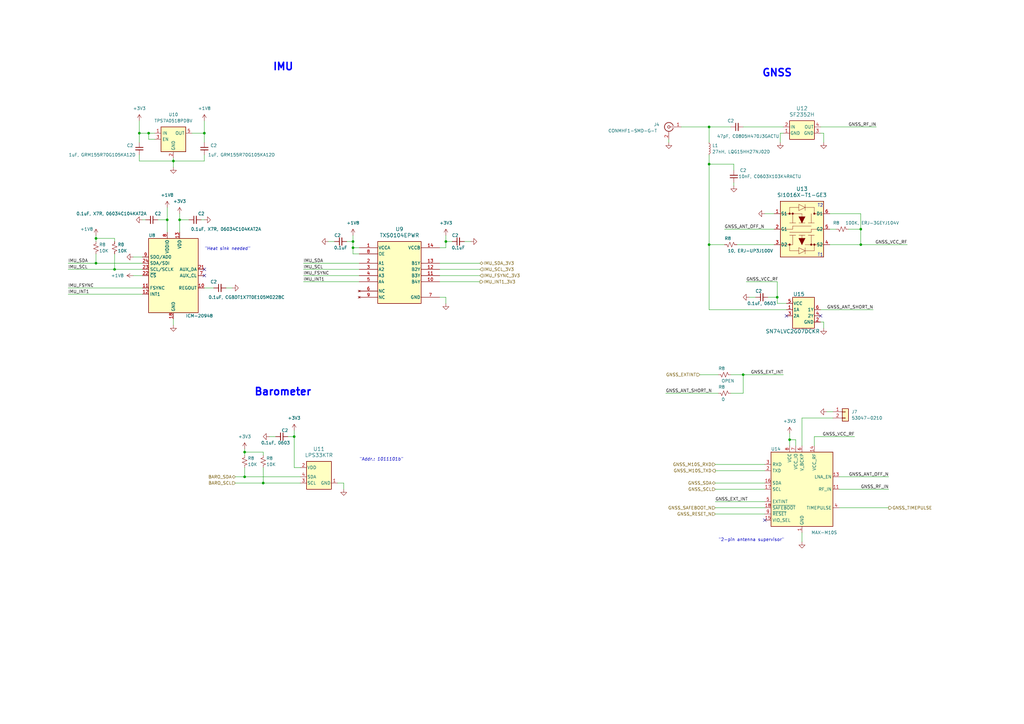
<source format=kicad_sch>
(kicad_sch (version 20230121) (generator eeschema)
  (paper "A3")
  (title_block (title "Sensors") (date "2023-08-23"))
  (lib_symbols
    (symbol "Connector:Conn_Coaxial" (pin_names (offset 1.016) hide)
      (property "Reference" "J" (at 0.254 3.048 0))
      (property "Value" "Conn_Coaxial" (at 2.921 0 90))
      (symbol "Conn_Coaxial_0_1"
        (arc (start -1.778 -0.508) (mid 0.2311 -1.8066) (end 1.778 0) (stroke (width 0.254)))
        (polyline (pts (xy -2.54 0) (xy -0.508 0)))
        (polyline (pts (xy 0 -2.54) (xy 0 -1.778)))
        (circle (center 0 0) (radius 0.508) (stroke (width 0.2032)))
        (arc (start 1.778 0) (mid 0.2099 1.8101) (end -1.778 0.508) (stroke (width 0.254)))
      )
      (symbol "Conn_Coaxial_1_1"
        (pin passive line (at -5.08 0 0) (length 2.54) (name "In") (number "1"))
        (pin passive line (at 0 -5.08 90) (length 2.54) (name "Ext") (number "2"))
      )
    )
    (symbol "Connector_Generic:Conn_01x02" (pin_names (offset 1.016) hide)
      (property "Reference" "J" (at 0 2.54 0))
      (property "Value" "Conn_01x02" (at 0 -5.08 0))
      (symbol "Conn_01x02_1_1"
        (rectangle (start -1.27 -2.413) (end 0 -2.667) (stroke (width 0.1524)))
        (rectangle (start -1.27 0.127) (end 0 -0.127) (stroke (width 0.1524)))
        (rectangle (start -1.27 1.27) (end 1.27 -3.81) (stroke (width 0.254)) (fill (type background)))
        (pin passive line (at -5.08 0 0) (length 3.81) (name "Pin_1") (number "1"))
        (pin passive line (at -5.08 -2.54 0) (length 3.81) (name "Pin_2") (number "2"))
      )
    )
    (symbol "Device:C_Small" (pin_numbers hide) (pin_names (offset 0.254) hide)
      (property "Reference" "C" (at 0.254 1.778 0))
      (property "Value" "C_Small" (at 0.254 -2.032 0))
      (symbol "C_Small_0_1"
        (polyline (pts (xy -1.524 -0.508) (xy 1.524 -0.508)) (stroke (width 0.3302)))
        (polyline (pts (xy -1.524 0.508) (xy 1.524 0.508)) (stroke (width 0.3048)))
      )
      (symbol "C_Small_1_1"
        (pin passive line (at 0 2.54 270) (length 2.032) (name "~") (number "1"))
        (pin passive line (at 0 -2.54 90) (length 2.032) (name "~") (number "2"))
      )
    )
    (symbol "Device:L_Small" (pin_numbers hide) (pin_names (offset 0.254) hide)
      (property "Reference" "L" (at 0.762 1.016 0))
      (property "Value" "L_Small" (at 0.762 -1.016 0))
      (symbol "L_Small_0_1"
        (arc (start 0 -2.032) (mid 0.5058 -1.524) (end 0 -1.016))
        (arc (start 0 -1.016) (mid 0.5058 -0.508) (end 0 0))
        (arc (start 0 0) (mid 0.5058 0.508) (end 0 1.016))
        (arc (start 0 1.016) (mid 0.5058 1.524) (end 0 2.032))
      )
      (symbol "L_Small_1_1"
        (pin passive line (at 0 2.54 270) (length 0.508) (name "~") (number "1"))
        (pin passive line (at 0 -2.54 90) (length 0.508) (name "~") (number "2"))
      )
    )
    (symbol "Device:R_Small_US" (pin_numbers hide) (pin_names (offset 0.254) hide)
      (property "Reference" "R" (at 0.762 0.508 0))
      (property "Value" "R_Small_US" (at 0.762 -1.016 0))
      (symbol "R_Small_US_1_1"
        (polyline (pts (xy 0 0) (xy 1.016 -0.381) (xy 0 -0.762) (xy -1.016 -1.143) (xy 0 -1.524)))
        (polyline (pts (xy 0 1.524) (xy 1.016 1.143) (xy 0 0.762) (xy -1.016 0.381) (xy 0 0)))
        (pin passive line (at 0 2.54 270) (length 1.016) (name "~") (number "1"))
        (pin passive line (at 0 -2.54 90) (length 1.016) (name "~") (number "2"))
      )
    )
    (symbol "Drone_FCU:LPS33KTR" (pin_names (offset 0.254))
      (property "Reference" "U" (at 0 7.62 0))
      (property "Value" "LPS33KTR" (at 0 5.08 0))
      (symbol "LPS33KTR_1_1"
        (rectangle (start -5.08 3.81) (end 5.08 -7.62) (stroke (width 0.254)) (fill (type background)))
        (pin power_out line (at 7.62 -5.08 180) (length 2.54) (name "GND") (number "1"))
        (pin power_in line (at -7.62 1.27 0) (length 2.54) (name "VDD") (number "2"))
        (pin input line (at -7.62 -5.08 0) (length 2.54) (name "SCL") (number "3"))
        (pin bidirectional line (at -7.62 -2.54 0) (length 2.54) (name "SDA") (number "4"))
      )
    )
    (symbol "Drone_FCU:SF2352H" (pin_names (offset 0.254))
      (property "Reference" "U" (at 0 7.62 0))
      (property "Value" "SF2352H" (at 0 5.08 0))
      (symbol "SF2352H_1_1"
        (rectangle (start -5.08 3.81) (end 5.08 -3.81) (stroke (width 0.254)) (fill (type background)))
        (pin power_out line (at -7.62 -1.27 0) (length 2.54) (name "GND") (number "1"))
        (pin input line (at -7.62 1.27 0) (length 2.54) (name "IN") (number "2"))
        (pin power_out line (at 7.62 -1.27 180) (length 2.54) (name "GND") (number "3"))
        (pin output line (at 7.62 1.27 180) (length 2.54) (name "OUT") (number "4"))
      )
    )
    (symbol "Drone_FCU:SI1016X-T1-GE3" (pin_names (offset 0.254))
      (property "Reference" "U" (at 19.05 8.89 0))
      (property "Value" "SI1016X-T1-GE3" (at 19.05 5.08 0))
      (symbol "SI1016X-T1-GE3_0_1"
        (polyline (pts (xy 10.16 -13.97) (xy 15.24 -13.97)) (stroke (width 0.127)))
        (polyline (pts (xy 10.16 -7.62) (xy 15.24 -7.62)) (stroke (width 0.127)))
        (polyline (pts (xy 10.16 -1.27) (xy 19.05 -1.27)) (stroke (width 0.127)))
        (polyline (pts (xy 13.97 -16.51) (xy 13.97 -13.97)) (stroke (width 0.127)))
        (polyline (pts (xy 13.97 -1.27) (xy 13.97 1.27)) (stroke (width 0.127)))
        (polyline (pts (xy 13.97 1.27) (xy 17.78 1.27)) (stroke (width 0.127)))
        (polyline (pts (xy 15.24 -13.97) (xy 15.24 -10.16)) (stroke (width 0.127)))
        (polyline (pts (xy 15.24 -10.16) (xy 13.97 -10.16)) (stroke (width 0.127)))
        (polyline (pts (xy 15.24 -10.16) (xy 16.51 -10.16)) (stroke (width 0.127)))
        (polyline (pts (xy 15.24 -7.62) (xy 15.24 -6.35)) (stroke (width 0.127)))
        (polyline (pts (xy 15.24 -6.35) (xy 22.86 -6.35)) (stroke (width 0.127)))
        (polyline (pts (xy 15.24 -5.08) (xy 13.97 -5.08)) (stroke (width 0.127)))
        (polyline (pts (xy 15.24 -5.08) (xy 16.51 -5.08)) (stroke (width 0.127)))
        (polyline (pts (xy 15.24 -1.27) (xy 15.24 -5.08)) (stroke (width 0.127)))
        (polyline (pts (xy 17.78 -17.78) (xy 20.32 -16.51)) (stroke (width 0.127)))
        (polyline (pts (xy 17.78 -16.51) (xy 13.97 -16.51)) (stroke (width 0.127)))
        (polyline (pts (xy 17.78 -15.24) (xy 17.78 -17.78)) (stroke (width 0.127)))
        (polyline (pts (xy 17.78 -15.24) (xy 20.32 -16.51)) (stroke (width 0.127)))
        (polyline (pts (xy 17.78 -11.43) (xy 20.32 -11.43)) (stroke (width 0.127)))
        (polyline (pts (xy 17.78 -5.08) (xy 20.32 -5.08)) (stroke (width 0.127)))
        (polyline (pts (xy 17.78 -2.54) (xy 20.32 -2.54)) (stroke (width 0.127)))
        (polyline (pts (xy 17.78 0) (xy 17.78 2.54)) (stroke (width 0.127)))
        (polyline (pts (xy 17.78 0) (xy 20.32 1.27)) (stroke (width 0.127)))
        (polyline (pts (xy 17.78 2.54) (xy 20.32 1.27)) (stroke (width 0.127)))
        (polyline (pts (xy 19.05 -13.97) (xy 17.78 -11.43)) (stroke (width 0.127)))
        (polyline (pts (xy 19.05 -13.97) (xy 20.32 -11.43)) (stroke (width 0.127)))
        (polyline (pts (xy 19.05 -10.16) (xy 19.05 -13.97)) (stroke (width 0.127)))
        (polyline (pts (xy 19.05 -5.08) (xy 17.78 -2.54)) (stroke (width 0.127)))
        (polyline (pts (xy 19.05 -5.08) (xy 20.32 -2.54)) (stroke (width 0.127)))
        (polyline (pts (xy 19.05 -1.27) (xy 19.05 -5.08)) (stroke (width 0.127)))
        (polyline (pts (xy 20.32 -15.24) (xy 20.32 -17.78)) (stroke (width 0.127)))
        (polyline (pts (xy 20.32 -10.16) (xy 17.78 -10.16)) (stroke (width 0.127)))
        (polyline (pts (xy 20.32 0) (xy 20.32 2.54)) (stroke (width 0.127)))
        (polyline (pts (xy 20.32 1.27) (xy 24.13 1.27)) (stroke (width 0.127)))
        (polyline (pts (xy 22.86 -13.97) (xy 22.86 -10.16)) (stroke (width 0.127)))
        (polyline (pts (xy 22.86 -10.16) (xy 21.59 -10.16)) (stroke (width 0.127)))
        (polyline (pts (xy 22.86 -10.16) (xy 24.13 -10.16)) (stroke (width 0.127)))
        (polyline (pts (xy 22.86 -8.89) (xy 13.97 -8.89)) (stroke (width 0.127)))
        (polyline (pts (xy 22.86 -7.62) (xy 22.86 -8.89)) (stroke (width 0.127)))
        (polyline (pts (xy 22.86 -5.08) (xy 21.59 -5.08)) (stroke (width 0.127)))
        (polyline (pts (xy 22.86 -5.08) (xy 24.13 -5.08)) (stroke (width 0.127)))
        (polyline (pts (xy 22.86 -1.27) (xy 22.86 -5.08)) (stroke (width 0.127)))
        (polyline (pts (xy 24.13 -16.51) (xy 20.32 -16.51)) (stroke (width 0.127)))
        (polyline (pts (xy 24.13 -13.97) (xy 24.13 -16.51)) (stroke (width 0.127)))
        (polyline (pts (xy 24.13 1.27) (xy 24.13 -1.27)) (stroke (width 0.127)))
        (polyline (pts (xy 27.94 -13.97) (xy 20.32 -13.97)) (stroke (width 0.127)))
        (polyline (pts (xy 27.94 -7.62) (xy 22.86 -7.62)) (stroke (width 0.127)))
        (polyline (pts (xy 27.94 -1.27) (xy 24.13 -1.27)) (stroke (width 0.127)))
        (polyline (pts (xy 19.05 -13.97) (xy 17.78 -11.43) (xy 20.32 -11.43)) (fill (type outline)))
        (polyline (pts (xy 19.05 -5.08) (xy 17.78 -2.54) (xy 20.32 -2.54)) (fill (type outline)))
        (circle (center 13.97 -13.97) (radius 0.254) (stroke (width 0.3556)))
        (circle (center 13.97 -1.27) (radius 0.254) (stroke (width 0.3556)))
        (circle (center 15.24 -1.27) (radius 0.254) (stroke (width 0.3556)))
        (circle (center 22.86 -13.97) (radius 0.254) (stroke (width 0.3556)))
        (circle (center 24.13 -13.97) (radius 0.254) (stroke (width 0.3556)))
        (circle (center 24.13 -1.27) (radius 0.254) (stroke (width 0.3556)))
      )
      (symbol "SI1016X-T1-GE3_1_1"
        (rectangle (start 10.16 3.81) (end 27.94 -19.05) (stroke (width 0.254)) (fill (type background)))
        (pin bidirectional line (at 7.62 -1.27 0) (length 2.54) (name "S1") (number "1"))
        (pin bidirectional line (at 7.62 -7.62 0) (length 2.54) (name "G1") (number "2"))
        (pin bidirectional line (at 7.62 -13.97 0) (length 2.54) (name "D2") (number "3"))
        (pin unspecified line (at 30.48 -13.97 180) (length 2.54) (name "S2") (number "4"))
        (pin bidirectional line (at 30.48 -7.62 180) (length 2.54) (name "G2") (number "5"))
        (pin bidirectional line (at 30.48 -1.27 180) (length 2.54) (name "D1") (number "6"))
      )
    )
    (symbol "Drone_FCU:SN74LVC2G07DCKR" (pin_names (offset 0.254))
      (property "Reference" "U" (at 0 10.16 0))
      (property "Value" "SN74LVC2G07DCKR" (at 0 7.62 0))
      (symbol "SN74LVC2G07DCKR_1_1"
        (rectangle (start -5.08 6.35) (end 3.81 -6.35) (stroke (width 0.254)) (fill (type background)))
        (pin input line (at -7.62 1.27 0) (length 2.54) (name "1A") (number "1"))
        (pin power_in line (at 6.35 -3.81 180) (length 2.54) (name "GND") (number "2"))
        (pin input line (at -7.62 -1.27 0) (length 2.54) (name "2A") (number "3"))
        (pin output line (at 6.35 -1.27 180) (length 2.54) (name "2Y") (number "4"))
        (pin power_in line (at -7.62 3.81 0) (length 2.54) (name "VCC") (number "5"))
        (pin output line (at 6.35 1.27 180) (length 2.54) (name "1Y") (number "6"))
      )
    )
    (symbol "Drone_FCU:TXS0104EPWR" (pin_names (offset 0.254))
      (property "Reference" "U" (at 0 16.51 0))
      (property "Value" "TXS0104EPWR" (at 0 13.97 0))
      (symbol "TXS0104EPWR_0_1"
        (pin power_in line (at -16.51 10.16 0) (length 7.62) (name "VCCA") (number "1"))
        (pin bidirectional line (at 16.51 -3.81 180) (length 7.62) (name "B4Y") (number "10"))
        (pin bidirectional line (at 16.51 -1.27 180) (length 7.62) (name "B3Y") (number "11"))
        (pin bidirectional line (at 16.51 1.27 180) (length 7.62) (name "B2Y") (number "12"))
        (pin bidirectional line (at 16.51 3.81 180) (length 7.62) (name "B1Y") (number "13"))
        (pin power_in line (at 16.51 10.16 180) (length 7.62) (name "VCCB") (number "14"))
        (pin bidirectional line (at -16.51 3.81 0) (length 7.62) (name "A1") (number "2"))
        (pin bidirectional line (at -16.51 1.27 0) (length 7.62) (name "A2") (number "3"))
        (pin bidirectional line (at -16.51 -1.27 0) (length 7.62) (name "A3") (number "4"))
        (pin bidirectional line (at -16.51 -3.81 0) (length 7.62) (name "A4") (number "5"))
        (pin no_connect line (at -16.51 -7.62 0) (length 7.62) (name "NC") (number "6"))
        (pin power_out line (at 16.51 -10.16 180) (length 7.62) (name "GND") (number "7"))
        (pin unspecified line (at -16.51 7.62 0) (length 7.62) (name "OE") (number "8"))
        (pin no_connect line (at -16.51 -10.16 0) (length 7.62) (name "NC") (number "9"))
      )
      (symbol "TXS0104EPWR_1_1"
        (rectangle (start -8.89 12.7) (end 8.89 -12.7) (stroke (width 0.254)) (fill (type background)))
      )
    )
    (symbol "RF_GPS:MAX-M10S"
      (property "Reference" "U" (at -10.16 16.51 0))
      (property "Value" "MAX-M10S" (at 11.43 16.51 0))
      (symbol "MAX-M10S_0_1"
        (rectangle (start 12.7 15.24) (end -12.7 -15.24) (stroke (width 0.254)) (fill (type background)))
      )
      (symbol "MAX-M10S_1_1"
        (pin power_in line (at 0 -17.78 90) (length 2.54) (name "GND") (number "1"))
        (pin passive line (at 0 -17.78 90) (length 2.54) hide (name "GND") (number "10"))
        (pin input line (at 15.24 0 180) (length 2.54) (name "RF_IN") (number "11"))
        (pin passive line (at 0 -17.78 90) (length 2.54) hide (name "GND") (number "12"))
        (pin output line (at 15.24 5.08 180) (length 2.54) (name "LNA_EN") (number "13"))
        (pin power_out line (at 5.08 17.78 270) (length 2.54) (name "VCC_RF") (number "14"))
        (pin input line (at -15.24 -12.7 0) (length 2.54) (name "VIO_SEL") (number "15"))
        (pin bidirectional line (at -15.24 2.54 0) (length 2.54) (name "SDA") (number "16"))
        (pin input line (at -15.24 0 0) (length 2.54) (name "SCL") (number "17"))
        (pin input line (at -15.24 -7.62 0) (length 2.54) (name "~{SAFEBOOT}") (number "18"))
        (pin output line (at -15.24 7.62 0) (length 2.54) (name "TXD") (number "2"))
        (pin input line (at -15.24 10.16 0) (length 2.54) (name "RXD") (number "3"))
        (pin output line (at 15.24 -7.62 180) (length 2.54) (name "TIMEPULSE") (number "4"))
        (pin input line (at -15.24 -5.08 0) (length 2.54) (name "EXTINT") (number "5"))
        (pin power_in line (at 0 17.78 270) (length 2.54) (name "V_BCKP") (number "6"))
        (pin power_in line (at -2.54 17.78 270) (length 2.54) (name "VCC_IO") (number "7"))
        (pin power_in line (at -5.08 17.78 270) (length 2.54) (name "VCC") (number "8"))
        (pin input line (at -15.24 -10.16 0) (length 2.54) (name "~{RESET}") (number "9"))
      )
    )
    (symbol "Regulator_Linear:TPS7A0518PDBV"
      (property "Reference" "U" (at -3.81 6.35 0))
      (property "Value" "TPS7A0518PDBV" (at 6.35 6.35 0))
      (symbol "TPS7A0518PDBV_0_1"
        (rectangle (start -5.08 -5.08) (end 5.08 5.08) (stroke (width 0.254)) (fill (type background)))
        (pin power_in line (at -7.62 2.54 0) (length 2.54) (name "IN") (number "1"))
        (pin power_in line (at 0 -7.62 90) (length 2.54) (name "GND") (number "2"))
        (pin input line (at -7.62 0 0) (length 2.54) (name "EN") (number "3"))
        (pin no_connect line (at 5.08 0 180) (length 2.54) hide (name "NC") (number "4"))
        (pin power_out line (at 7.62 2.54 180) (length 2.54) (name "OUT") (number "5"))
      )
    )
    (symbol "Sensor_Motion:ICM-20948"
      (property "Reference" "U" (at -11.43 16.51 0))
      (property "Value" "ICM-20948" (at 7.62 -16.51 0))
      (symbol "ICM-20948_0_1"
        (rectangle (start -10.16 15.24) (end 10.16 -15.24) (stroke (width 0.254)) (fill (type background)))
      )
      (symbol "ICM-20948_1_1"
        (pin no_connect line (at -10.16 12.7 0) (length 2.54) hide (name "NC") (number "1"))
        (pin passive line (at 12.7 -5.08 180) (length 2.54) (name "REGOUT") (number "10"))
        (pin input line (at -12.7 -5.08 0) (length 2.54) (name "FSYNC") (number "11"))
        (pin output line (at -12.7 -7.62 0) (length 2.54) (name "INT1") (number "12"))
        (pin power_in line (at 2.54 17.78 270) (length 2.54) (name "VDD") (number "13"))
        (pin no_connect line (at 10.16 7.62 180) (length 2.54) hide (name "NC") (number "14"))
        (pin no_connect line (at 10.16 5.08 180) (length 2.54) hide (name "NC") (number "15"))
        (pin no_connect line (at 10.16 -7.62 180) (length 2.54) hide (name "NC") (number "16"))
        (pin no_connect line (at 10.16 -10.16 180) (length 2.54) hide (name "NC") (number "17"))
        (pin power_in line (at 0 -17.78 90) (length 2.54) (name "GND") (number "18"))
        (pin no_connect line (at 10.16 -12.7 180) (length 2.54) hide (name "RESV") (number "19"))
        (pin no_connect line (at -10.16 10.16 0) (length 2.54) hide (name "NC") (number "2"))
        (pin passive line (at 0 -17.78 90) (length 2.54) hide (name "GND") (number "20"))
        (pin bidirectional line (at 12.7 2.54 180) (length 2.54) (name "AUX_DA") (number "21"))
        (pin input line (at -12.7 0 0) (length 2.54) (name "~{CS}") (number "22"))
        (pin input line (at -12.7 2.54 0) (length 2.54) (name "SCL/SCLK") (number "23"))
        (pin bidirectional line (at -12.7 5.08 0) (length 2.54) (name "SDA/SDI") (number "24"))
        (pin no_connect line (at -10.16 -2.54 0) (length 2.54) hide (name "NC") (number "3"))
        (pin no_connect line (at -10.16 -10.16 0) (length 2.54) hide (name "NC") (number "4"))
        (pin no_connect line (at -10.16 -12.7 0) (length 2.54) hide (name "NC") (number "5"))
        (pin no_connect line (at 10.16 10.16 180) (length 2.54) hide (name "NC") (number "6"))
        (pin output line (at 12.7 0 180) (length 2.54) (name "AUX_CL") (number "7"))
        (pin power_in line (at -2.54 17.78 270) (length 2.54) (name "VDDIO") (number "8"))
        (pin bidirectional line (at -12.7 7.62 0) (length 2.54) (name "SDO/AD0") (number "9"))
      )
    )
    (symbol "power:+1V8" (power) (pin_names (offset 0))
      (property "Value" "+1V8" (at 0 3.556 0))
      (symbol "+1V8_0_1"
        (polyline (pts (xy -0.762 1.27) (xy 0 2.54)))
        (polyline (pts (xy 0 0) (xy 0 2.54)))
        (polyline (pts (xy 0 2.54) (xy 0.762 1.27)))
      )
      (symbol "+1V8_1_1"
        (pin power_in line (at 0 0 90) (length 0) hide (name "+1V8") (number "1"))
      )
    )
    (symbol "power:+3V3" (power) (pin_names (offset 0))
      (property "Value" "+3V3" (at 0 3.556 0))
      (symbol "+3V3_0_1"
        (polyline (pts (xy -0.762 1.27) (xy 0 2.54)))
        (polyline (pts (xy 0 0) (xy 0 2.54)))
        (polyline (pts (xy 0 2.54) (xy 0.762 1.27)))
      )
      (symbol "+3V3_1_1"
        (pin power_in line (at 0 0 90) (length 0) hide (name "+3V3") (number "1"))
      )
    )
    (symbol "power:GND" (power) (pin_names (offset 0))
      (property "Value" "GND" (at 0 -3.81 0))
      (symbol "GND_0_1"
        (polyline (pts (xy 0 0) (xy 0 -1.27) (xy 1.27 -1.27) (xy 0 -2.54) (xy -1.27 -1.27) (xy 0 -1.27)))
      )
      (symbol "GND_1_1"
        (pin power_in line (at 0 0 270) (length 0) hide (name "GND") (number "1"))
      )
    )
  )
  (junction (at 144.78 101.6))
  (junction (at 71.12 66.04))
  (junction (at 290.83 67.31))
  (junction (at 353.06 100.33))
  (junction (at 144.78 99.06))
  (junction (at 100.33 185.42))
  (junction (at 39.37 97.79))
  (junction (at 323.85 180.34))
  (junction (at 107.95 198.12))
  (junction (at 182.88 99.06))
  (junction (at 57.15 54.61))
  (junction (at 46.99 110.49))
  (junction (at 73.66 90.17))
  (junction (at 68.58 90.17))
  (junction (at 290.83 52.07))
  (junction (at 60.96 54.61))
  (junction (at 39.37 107.95))
  (junction (at 304.8 153.67))
  (junction (at 318.77 121.92))
  (junction (at 120.65 179.07))
  (junction (at 83.82 54.61))
  (junction (at 353.06 93.98))
  (junction (at 290.83 100.33))
  (junction (at 100.33 195.58))
  (no_connect (at 322.58 129.54))
  (no_connect (at 313.69 213.36))
  (no_connect (at 83.82 110.49))
  (no_connect (at 83.82 113.03))
  (no_connect (at 336.55 129.54))
  (wire (pts (xy 73.66 87.63) (xy 73.66 90.17)))
  (wire (pts (xy 328.93 218.44) (xy 328.93 222.25)))
  (wire (pts (xy 322.58 124.46) (xy 318.77 124.46)))
  (wire (pts (xy 300.99 74.93) (xy 300.99 76.2)))
  (wire (pts (xy 182.88 99.06) (xy 182.88 101.6)))
  (wire (pts (xy 144.78 96.52) (xy 144.78 99.06)))
  (wire (pts (xy 182.88 124.46) (xy 182.88 121.92)))
  (wire (pts (xy 100.33 184.15) (xy 100.33 185.42)))
  (wire (pts (xy 78.74 54.61) (xy 83.82 54.61)))
  (wire (pts (xy 323.85 180.34) (xy 326.39 180.34)))
  (wire (pts (xy 299.72 161.29) (xy 304.8 161.29)))
  (wire (pts (xy 57.15 54.61) (xy 57.15 58.42)))
  (wire (pts (xy 344.17 208.28) (xy 364.49 208.28)))
  (wire (pts (xy 134.62 99.06) (xy 137.16 99.06)))
  (wire (pts (xy 180.34 113.03) (xy 196.85 113.03)))
  (wire (pts (xy 100.33 185.42) (xy 100.33 186.69)))
  (wire (pts (xy 297.18 93.98) (xy 317.5 93.98)))
  (wire (pts (xy 27.94 110.49) (xy 46.99 110.49)))
  (wire (pts (xy 180.34 107.95) (xy 196.85 107.95)))
  (wire (pts (xy 340.36 87.63) (xy 353.06 87.63)))
  (wire (pts (xy 302.26 100.33) (xy 317.5 100.33)))
  (wire (pts (xy 82.55 90.17) (xy 83.82 90.17)))
  (wire (pts (xy 328.93 171.45) (xy 341.63 171.45)))
  (wire (pts (xy 140.97 198.12) (xy 138.43 198.12)))
  (wire (pts (xy 64.77 90.17) (xy 68.58 90.17)))
  (wire (pts (xy 293.37 198.12) (xy 313.69 198.12)))
  (wire (pts (xy 336.55 52.07) (xy 359.41 52.07)))
  (wire (pts (xy 142.24 99.06) (xy 144.78 99.06)))
  (wire (pts (xy 326.39 180.34) (xy 326.39 182.88)))
  (wire (pts (xy 100.33 191.77) (xy 100.33 195.58)))
  (wire (pts (xy 307.34 121.92) (xy 309.88 121.92)))
  (wire (pts (xy 107.95 198.12) (xy 123.19 198.12)))
  (wire (pts (xy 71.12 130.81) (xy 71.12 133.35)))
  (wire (pts (xy 293.37 200.66) (xy 313.69 200.66)))
  (wire (pts (xy 96.52 198.12) (xy 107.95 198.12)))
  (wire (pts (xy 290.83 127) (xy 322.58 127)))
  (wire (pts (xy 59.69 90.17) (xy 58.42 90.17)))
  (wire (pts (xy 290.83 52.07) (xy 299.72 52.07)))
  (wire (pts (xy 353.06 87.63) (xy 353.06 93.98)))
  (wire (pts (xy 92.71 118.11) (xy 95.25 118.11)))
  (wire (pts (xy 57.15 63.5) (xy 57.15 66.04)))
  (wire (pts (xy 144.78 101.6) (xy 144.78 104.14)))
  (wire (pts (xy 71.12 66.04) (xy 83.82 66.04)))
  (wire (pts (xy 318.77 115.57) (xy 318.77 121.92)))
  (wire (pts (xy 304.8 52.07) (xy 321.31 52.07)))
  (wire (pts (xy 274.32 57.15) (xy 274.32 58.42)))
  (wire (pts (xy 323.85 180.34) (xy 323.85 182.88)))
  (wire (pts (xy 347.98 93.98) (xy 353.06 93.98)))
  (wire (pts (xy 182.88 101.6) (xy 180.34 101.6)))
  (wire (pts (xy 73.66 90.17) (xy 73.66 95.25)))
  (wire (pts (xy 57.15 54.61) (xy 60.96 54.61)))
  (wire (pts (xy 279.4 52.07) (xy 290.83 52.07)))
  (wire (pts (xy 140.97 200.66) (xy 140.97 198.12)))
  (wire (pts (xy 290.83 52.07) (xy 290.83 58.42)))
  (wire (pts (xy 68.58 90.17) (xy 68.58 95.25)))
  (wire (pts (xy 27.94 120.65) (xy 58.42 120.65)))
  (wire (pts (xy 39.37 107.95) (xy 58.42 107.95)))
  (wire (pts (xy 107.95 185.42) (xy 107.95 186.69)))
  (wire (pts (xy 313.69 87.63) (xy 317.5 87.63)))
  (wire (pts (xy 124.46 115.57) (xy 147.32 115.57)))
  (wire (pts (xy 290.83 67.31) (xy 290.83 100.33)))
  (wire (pts (xy 304.8 153.67) (xy 321.31 153.67)))
  (wire (pts (xy 182.88 96.52) (xy 182.88 99.06)))
  (wire (pts (xy 57.15 49.53) (xy 57.15 54.61)))
  (wire (pts (xy 144.78 99.06) (xy 144.78 101.6)))
  (wire (pts (xy 144.78 104.14) (xy 147.32 104.14)))
  (wire (pts (xy 39.37 104.14) (xy 39.37 107.95)))
  (wire (pts (xy 337.82 54.61) (xy 336.55 54.61)))
  (wire (pts (xy 290.83 63.5) (xy 290.83 67.31)))
  (wire (pts (xy 120.65 191.77) (xy 123.19 191.77)))
  (wire (pts (xy 328.93 171.45) (xy 328.93 182.88)))
  (wire (pts (xy 124.46 113.03) (xy 147.32 113.03)))
  (wire (pts (xy 293.37 208.28) (xy 313.69 208.28)))
  (wire (pts (xy 180.34 115.57) (xy 196.85 115.57)))
  (wire (pts (xy 190.5 99.06) (xy 193.04 99.06)))
  (wire (pts (xy 96.52 195.58) (xy 100.33 195.58)))
  (wire (pts (xy 323.85 177.8) (xy 323.85 180.34)))
  (wire (pts (xy 293.37 190.5) (xy 313.69 190.5)))
  (wire (pts (xy 290.83 100.33) (xy 297.18 100.33)))
  (wire (pts (xy 337.82 58.42) (xy 337.82 54.61)))
  (wire (pts (xy 336.55 127) (xy 358.14 127)))
  (wire (pts (xy 340.36 100.33) (xy 353.06 100.33)))
  (wire (pts (xy 304.8 161.29) (xy 304.8 153.67)))
  (wire (pts (xy 306.07 115.57) (xy 318.77 115.57)))
  (wire (pts (xy 334.01 182.88) (xy 334.01 179.07)))
  (wire (pts (xy 60.96 57.15) (xy 63.5 57.15)))
  (wire (pts (xy 180.34 110.49) (xy 196.85 110.49)))
  (wire (pts (xy 287.02 153.67) (xy 294.64 153.67)))
  (wire (pts (xy 293.37 210.82) (xy 313.69 210.82)))
  (wire (pts (xy 83.82 118.11) (xy 87.63 118.11)))
  (wire (pts (xy 340.36 93.98) (xy 342.9 93.98)))
  (wire (pts (xy 39.37 97.79) (xy 39.37 99.06)))
  (wire (pts (xy 68.58 85.09) (xy 68.58 90.17)))
  (wire (pts (xy 57.15 66.04) (xy 71.12 66.04)))
  (wire (pts (xy 46.99 104.14) (xy 46.99 110.49)))
  (wire (pts (xy 353.06 100.33) (xy 372.11 100.33)))
  (wire (pts (xy 299.72 153.67) (xy 304.8 153.67)))
  (wire (pts (xy 83.82 54.61) (xy 83.82 49.53)))
  (wire (pts (xy 120.65 179.07) (xy 118.11 179.07)))
  (wire (pts (xy 100.33 195.58) (xy 123.19 195.58)))
  (wire (pts (xy 334.01 179.07) (xy 350.52 179.07)))
  (wire (pts (xy 344.17 195.58) (xy 364.49 195.58)))
  (wire (pts (xy 337.82 134.62) (xy 337.82 132.08)))
  (wire (pts (xy 314.96 121.92) (xy 318.77 121.92)))
  (wire (pts (xy 320.04 54.61) (xy 321.31 54.61)))
  (wire (pts (xy 60.96 54.61) (xy 63.5 54.61)))
  (wire (pts (xy 339.09 168.91) (xy 341.63 168.91)))
  (wire (pts (xy 293.37 205.74) (xy 313.69 205.74)))
  (wire (pts (xy 100.33 185.42) (xy 107.95 185.42)))
  (wire (pts (xy 46.99 97.79) (xy 46.99 99.06)))
  (wire (pts (xy 353.06 93.98) (xy 353.06 100.33)))
  (wire (pts (xy 54.61 113.03) (xy 58.42 113.03)))
  (wire (pts (xy 54.61 105.41) (xy 58.42 105.41)))
  (wire (pts (xy 144.78 101.6) (xy 147.32 101.6)))
  (wire (pts (xy 293.37 193.04) (xy 313.69 193.04)))
  (wire (pts (xy 120.65 176.53) (xy 120.65 179.07)))
  (wire (pts (xy 27.94 107.95) (xy 39.37 107.95)))
  (wire (pts (xy 290.83 67.31) (xy 300.99 67.31)))
  (wire (pts (xy 60.96 54.61) (xy 60.96 57.15)))
  (wire (pts (xy 71.12 66.04) (xy 71.12 68.58)))
  (wire (pts (xy 71.12 64.77) (xy 71.12 66.04)))
  (wire (pts (xy 182.88 121.92) (xy 180.34 121.92)))
  (wire (pts (xy 27.94 118.11) (xy 58.42 118.11)))
  (wire (pts (xy 39.37 97.79) (xy 46.99 97.79)))
  (wire (pts (xy 73.66 90.17) (xy 77.47 90.17)))
  (wire (pts (xy 273.05 161.29) (xy 294.64 161.29)))
  (wire (pts (xy 83.82 63.5) (xy 83.82 66.04)))
  (wire (pts (xy 46.99 110.49) (xy 58.42 110.49)))
  (wire (pts (xy 182.88 99.06) (xy 185.42 99.06)))
  (wire (pts (xy 83.82 54.61) (xy 83.82 58.42)))
  (wire (pts (xy 318.77 121.92) (xy 318.77 124.46)))
  (wire (pts (xy 320.04 58.42) (xy 320.04 54.61)))
  (wire (pts (xy 39.37 96.52) (xy 39.37 97.79)))
  (wire (pts (xy 344.17 200.66) (xy 364.49 200.66)))
  (wire (pts (xy 290.83 100.33) (xy 290.83 127)))
  (wire (pts (xy 107.95 191.77) (xy 107.95 198.12)))
  (wire (pts (xy 300.99 67.31) (xy 300.99 69.85)))
  (wire (pts (xy 113.03 179.07) (xy 110.49 179.07)))
  (wire (pts (xy 337.82 132.08) (xy 336.55 132.08)))
  (wire (pts (xy 124.46 110.49) (xy 147.32 110.49)))
  (wire (pts (xy 124.46 107.95) (xy 147.32 107.95)))
  (wire (pts (xy 120.65 179.07) (xy 120.65 191.77)))
  (text "\"Addr.: 1011101b\"" (at 147.32 189.23 0) (effects (font (size 1.27 1.27) italic) (justify left bottom)))
  (text "\"2-pin antenna supervisor\"" (at 294.64 222.25 0) (effects (font (size 1.27 1.27)) (justify left bottom)))
  (text "GNSS" (at 312.42 31.75 0) (effects (font (size 3 3) (thickness 0.6) bold) (justify left bottom)))
  (text "T1" (at 335.28 105.41 0) (effects (font (size 1.27 1.27)) (justify left bottom)))
  (text "\"Heat sink needed\"" (at 83.82 102.87 0) (effects (font (size 1.27 1.27) italic) (justify left bottom)))
  (text "T2" (at 335.28 85.09 0) (effects (font (size 1.27 1.27)) (justify left bottom)))
  (text "Barometer" (at 104.14 162.56 0) (effects (font (size 3 3) (thickness 0.6) bold) (justify left bottom)))
  (text "IMU" (at 111.76 29.21 0) (effects (font (size 3 3) (thickness 0.6) bold) (justify left bottom)))
  (label "GNSS_EXT_INT" (at 293.37 205.74 0))
  (label "GNSS_VCC_RF" (at 372.11 100.33 180))
  (label "GNSS_VCC_RF" (at 350.52 179.07 180))
  (label "GNSS_ANT_SHORT_N" (at 358.14 127 180))
  (label "GNSS_VCC_RF" (at 306.07 115.57 0))
  (label "IMU_INT1" (at 124.46 115.57 0))
  (label "IMU_FSYNC" (at 27.94 118.11 0))
  (label "IMU_SDA" (at 124.46 107.95 0))
  (label "IMU_FSYNC" (at 124.46 113.03 0))
  (label "IMU_SCL" (at 27.94 110.49 0))
  (label "GNSS_RF_IN" (at 364.49 200.66 180))
  (label "GNSS_RF_IN" (at 359.41 52.07 180))
  (label "GNSS_ANT_SHORT_N" (at 273.05 161.29 0))
  (label "IMU_SCL" (at 124.46 110.49 0))
  (label "IMU_INT1" (at 27.94 120.65 0))
  (label "GNSS_ANT_OFF_N" (at 364.49 195.58 180))
  (label "GNSS_EXT_INT" (at 321.31 153.67 180))
  (label "GNSS_ANT_OFF_N" (at 297.18 93.98 0))
  (label "IMU_SDA" (at 27.94 107.95 0))
  (hierarchical_label "IMU_SDA_3V3" (shape bidirectional) (at 196.85 107.95 0))
  (hierarchical_label "GNSS_RESET_N" (shape input) (at 293.37 210.82 180))
  (hierarchical_label "IMU_FSYNC_3V3" (shape input) (at 196.85 113.03 0))
  (hierarchical_label "GNSS_M10S_RXD" (shape input) (at 293.37 190.5 180))
  (hierarchical_label "BARO_SDA" (shape bidirectional) (at 96.52 195.58 180))
  (hierarchical_label "GNSS_EXTINT" (shape input) (at 287.02 153.67 180))
  (hierarchical_label "GNSS_SDA" (shape bidirectional) (at 293.37 198.12 180))
  (hierarchical_label "IMU_SCL_3V3" (shape input) (at 196.85 110.49 0))
  (hierarchical_label "BARO_SCL" (shape input) (at 96.52 198.12 180))
  (hierarchical_label "GNSS_SAFEBOOT_N" (shape input) (at 293.37 208.28 180))
  (hierarchical_label "GNSS_TIMEPULSE" (shape output) (at 364.49 208.28 0))
  (hierarchical_label "GNSS_SCL" (shape input) (at 293.37 200.66 180))
  (hierarchical_label "IMU_INT1_3V3" (shape output) (at 196.85 115.57 0))
  (hierarchical_label "GNSS_M10S_TXD" (shape output) (at 293.37 193.04 180))
  (symbol (lib_id "Device:R_Small_US") (at 345.44 93.98 90) (mirror x) (unit 1)
    (property "Reference" "R8" (at 341.63 91.44 90) (effects (justify right)))
    (property "Value" "100K, ERJ-3GEYJ104V " (at 346.71 91.44 90) (effects (justify right)))
    (property "Footprint" "Resistor_SMD:R_0603_1608Metric_Pad0.98x0.95mm_HandSolder" (effects hide))
    (instances (project "fcu_stm32l475" (path "" (reference "R8") (unit 1)) (path "" (reference "R26") (unit 1))))
  )
  (symbol (lib_id "power:+3V3") (at 100.33 184.15 0) (mirror y) (unit 1)
    (property "Reference" "#PWR08" (effects hide))
    (property "Value" "+3V3" (at 100.33 179.07 0))
    (instances (project "fcu_stm32l475" (path "" (reference "#PWR08") (unit 1)) (path "" (reference "#PWR070") (unit 1))))
  )
  (symbol (lib_id "Drone_FCU:TXS0104EPWR") (at 163.83 111.76 0) (unit 1)
    (property "Reference" "U9" (at 163.83 93.98 0) (effects (font (size 1.524 1.524))))
    (property "Value" "TXS0104EPWR" (at 163.83 96.52 0) (effects (font (size 1.524 1.524))))
    (property "Footprint" "Drone_FCU:TXS0104EPWR" (effects hide))
    (property "Datasheet" "https://www.ti.com/lit/ds/symlink/txs0104e.pdf?HQS=dis-mous-null-mousermode-dsf-pf-null-wwe&ts=1692772397603&ref_url=https%253A%252F%252Fwww.mouser.tw%252F" (effects hide))
  )
  (symbol (lib_id "power:GND") (at 339.09 168.91 270) (mirror x) (unit 1)
    (property "Reference" "#PWR01" (effects hide))
    (property "Value" "GND" (effects hide))
    (instances (project "fcu_stm32l475" (path "" (reference "#PWR01") (unit 1)) (path "" (reference "#PWR028") (unit 1)) (path "" (reference "#PWR081") (unit 1))))
  )
  (symbol (lib_id "power:GND") (at 95.25 118.11 90) (unit 1)
    (property "Reference" "#PWR01" (effects hide))
    (property "Value" "GND" (effects hide))
    (instances (project "fcu_stm32l475" (path "" (reference "#PWR01") (unit 1)) (path "" (reference "#PWR028") (unit 1)) (path "" (reference "#PWR057") (unit 1))))
  )
  (symbol (lib_id "power:GND") (at 328.93 222.25 0) (mirror y) (unit 1)
    (property "Reference" "#PWR01" (effects hide))
    (property "Value" "GND" (effects hide))
    (instances (project "fcu_stm32l475" (path "" (reference "#PWR01") (unit 1)) (path "" (reference "#PWR028") (unit 1)) (path "" (reference "#PWR078") (unit 1))))
  )
  (symbol (lib_id "Connector:Conn_Coaxial") (at 274.32 52.07 0) (mirror y) (unit 1)
    (property "Reference" "J4" (at 270.51 51.0932 0) (effects (justify left)))
    (property "Value" "CONMHF1-SMD-G-T " (at 270.51 53.6332 0) (effects (justify left)))
    (property "Footprint" "Drone_FCU:CONMHF1-SMD-G-T" (effects hide))
    (property "Datasheet" "https://www.te.com/commerce/DocumentDelivery/DDEController?Action=showdoc&DocId=Customer+Drawing%7FC-CONMHF1-SMD-G-T%7FA%7Fpdf%7FEnglish%7FENG_CD_C-CONMHF1-SMD-G-T_A.pdf%7FCONMHF1-SMD-G-T" (effects hide))
  )
  (symbol (lib_id "power:GND") (at 313.69 87.63 270) (mirror x) (unit 1)
    (property "Reference" "#PWR01" (effects hide))
    (property "Value" "GND" (effects hide))
    (instances (project "fcu_stm32l475" (path "" (reference "#PWR01") (unit 1)) (path "" (reference "#PWR028") (unit 1)) (path "" (reference "#PWR074") (unit 1))))
  )
  (symbol (lib_id "Connector_Generic:Conn_01x02") (at 346.71 168.91 0) (unit 1)
    (property "Reference" "J7" (at 349.25 168.91 0) (effects (justify left)))
    (property "Value" "53047-0210 " (at 349.25 171.45 0) (effects (justify left)))
    (property "Footprint" "Drone_FCU:CON_530470210_MOL" (effects hide))
    (property "Datasheet" "https://www.molex.com/en-us/products/part-detail/530470210?display=pdf" (effects hide))
  )
  (symbol (lib_id "Device:R_Small_US") (at 297.18 153.67 90) (mirror x) (unit 1)
    (property "Reference" "R8" (at 294.64 151.13 90) (effects (justify right)))
    (property "Value" "OPEN" (at 295.91 156.21 90) (effects (justify right)))
    (property "Footprint" "Resistor_SMD:R_0603_1608Metric_Pad0.98x0.95mm_HandSolder" (effects hide))
    (instances (project "fcu_stm32l475" (path "" (reference "R8") (unit 1)) (path "" (reference "R27") (unit 1))))
  )
  (symbol (lib_id "Device:R_Small_US") (at 39.37 101.6 0) (mirror y) (unit 1)
    (property "Reference" "R8" (at 40.64 100.33 0) (effects (justify right)))
    (property "Value" "10K" (at 40.64 102.87 0) (effects (justify right)))
    (property "Footprint" "Resistor_SMD:R_0603_1608Metric_Pad0.98x0.95mm_HandSolder" (effects hide))
    (instances (project "fcu_stm32l475" (path "" (reference "R8") (unit 1)) (path "" (reference "R11") (unit 1))))
  )
  (symbol (lib_id "Device:R_Small_US") (at 46.99 101.6 0) (mirror y) (unit 1)
    (property "Reference" "R8" (at 48.26 100.33 0) (effects (justify right)))
    (property "Value" "10K" (at 48.26 102.87 0) (effects (justify right)))
    (property "Footprint" "Resistor_SMD:R_0603_1608Metric_Pad0.98x0.95mm_HandSolder" (effects hide))
    (instances (project "fcu_stm32l475" (path "" (reference "R8") (unit 1)) (path "" (reference "R12") (unit 1))))
  )
  (symbol (lib_id "RF_GPS:MAX-M10S") (at 328.93 200.66 0) (unit 1)
    (property "Reference" "U14" (at 316.23 184.15 0) (effects (justify left)))
    (property "Value" "MAX-M10S" (at 332.74 218.44 0) (effects (justify left)))
    (property "Footprint" "RF_GPS:ublox_MAX" (effects hide))
    (property "Datasheet" "https://content.u-blox.com/sites/default/files/MAX-M10S_DataSheet_UBX-20035208.pdf" (effects hide))
  )
  (symbol (lib_id "Device:C_Small") (at 115.57 179.07 270) (unit 1)
    (property "Reference" "C2" (at 116.84 176.53 90))
    (property "Value" "0.1uF, 0603" (at 113.03 181.61 90))
    (property "Footprint" "Capacitor_SMD:C_0603_1608Metric_Pad1.08x0.95mm_HandSolder" (effects hide))
    (instances (project "fcu_stm32l475" (path "" (reference "C2") (unit 1)) (path "" (reference "C9") (unit 1)) (path "" (reference "C30") (unit 1))))
  )
  (symbol (lib_id "Drone_FCU:LPS33KTR") (at 130.81 193.04 0) (unit 1)
    (property "Reference" "U11" (at 130.81 184.15 0) (effects (font (size 1.524 1.524))))
    (property "Value" "LPS33KTR" (at 130.81 186.69 0) (effects (font (size 1.524 1.524))))
    (property "Footprint" "Drone_FCU:LPS33KTR" (effects hide))
    (property "Datasheet" "LPS33KTR" (effects hide))
  )
  (symbol (lib_id "Device:C_Small") (at 187.96 99.06 90) (mirror x) (unit 1)
    (property "Reference" "C2" (at 186.69 96.52 90))
    (property "Value" "0.1uF" (at 187.96 101.6 90))
    (property "Footprint" "Capacitor_SMD:C_0603_1608Metric_Pad1.08x0.95mm_HandSolder" (effects hide))
    (instances (project "fcu_stm32l475" (path "" (reference "C2") (unit 1)) (path "" (reference "C9") (unit 1)) (path "" (reference "C29") (unit 1))))
  )
  (symbol (lib_id "Device:L_Small") (at 290.83 60.96 0) (unit 1)
    (property "Reference" "L1" (at 292.1 59.69 0) (effects (justify left)))
    (property "Value" "27nH, LQG15HH27NJ02D" (at 292.1 62.23 0) (effects (justify left)))
    (property "Footprint" "Inductor_SMD:L_0402_1005Metric_Pad0.77x0.64mm_HandSolder" (effects hide))
  )
  (symbol (lib_id "Drone_FCU:SF2352H") (at 328.93 53.34 0) (unit 1)
    (property "Reference" "U12" (at 328.93 44.45 0) (effects (font (size 1.524 1.524))))
    (property "Value" "SF2352H" (at 328.93 46.99 0) (effects (font (size 1.524 1.524))))
    (property "Footprint" "Drone_FCU:SF2316H" (effects hide))
    (property "Datasheet" "https://www.mouser.kr/datasheet/2/1100/SF2316H-3134293.pdf" (effects hide))
  )
  (symbol (lib_id "power:+3V3") (at 73.66 87.63 0) (unit 1)
    (property "Reference" "#PWR08" (effects hide))
    (property "Value" "+3V3" (at 73.66 82.55 0))
    (instances (project "fcu_stm32l475" (path "" (reference "#PWR08") (unit 1)) (path "" (reference "#PWR056") (unit 1))))
  )
  (symbol (lib_id "power:+3V3") (at 120.65 176.53 0) (mirror y) (unit 1)
    (property "Reference" "#PWR08" (effects hide))
    (property "Value" "+3V3" (at 120.65 171.45 0))
    (instances (project "fcu_stm32l475" (path "" (reference "#PWR08") (unit 1)) (path "" (reference "#PWR035") (unit 1))))
  )
  (symbol (lib_id "power:GND") (at 54.61 105.41 270) (unit 1)
    (property "Reference" "#PWR01" (effects hide))
    (property "Value" "GND" (effects hide))
    (instances (project "fcu_stm32l475" (path "" (reference "#PWR01") (unit 1)) (path "" (reference "#PWR028") (unit 1)) (path "" (reference "#PWR060") (unit 1))))
  )
  (symbol (lib_id "power:GND") (at 140.97 200.66 0) (mirror y) (unit 1)
    (property "Reference" "#PWR01" (effects hide))
    (property "Value" "GND" (effects hide))
    (instances (project "fcu_stm32l475" (path "" (reference "#PWR01") (unit 1)) (path "" (reference "#PWR028") (unit 1)) (path "" (reference "#PWR069") (unit 1))))
  )
  (symbol (lib_id "Device:C_Small") (at 83.82 60.96 0) (unit 1)
    (property "Reference" "C2" (at 87.63 59.69 0))
    (property "Value" "1uF, GRM155R70G105KA12D" (at 99.06 63.5 0))
    (property "Footprint" "Capacitor_SMD:C_0603_1608Metric_Pad1.08x0.95mm_HandSolder" (effects hide))
    (instances (project "fcu_stm32l475" (path "" (reference "C2") (unit 1)) (path "" (reference "C9") (unit 1)) (path "" (reference "C24") (unit 1))))
  )
  (symbol (lib_id "power:+1V8") (at 39.37 96.52 0) (unit 1)
    (property "Reference" "#PWR061" (effects hide))
    (property "Value" "+1V8" (at 35.56 93.98 0))
  )
  (symbol (lib_id "power:+3V3") (at 57.15 49.53 0) (unit 1)
    (property "Reference" "#PWR08" (effects hide))
    (property "Value" "+3V3" (at 57.15 44.45 0))
    (instances (project "fcu_stm32l475" (path "" (reference "#PWR08") (unit 1)) (path "" (reference "#PWR050") (unit 1))))
  )
  (symbol (lib_id "power:+1V8") (at 144.78 96.52 0) (unit 1)
    (property "Reference" "#PWR063" (effects hide))
    (property "Value" "+1V8" (at 144.78 91.44 0))
  )
  (symbol (lib_id "Drone_FCU:SN74LVC2G07DCKR") (at 330.2 128.27 0) (unit 1)
    (property "Reference" "U15" (at 327.66 120.65 0) (effects (font (size 1.524 1.524))))
    (property "Value" "SN74LVC2G07DCKR" (at 325.12 135.89 0) (effects (font (size 1.524 1.524))))
    (property "Footprint" "Drone_FCU:SN74LVC2G07DCKR" (effects hide))
    (property "Datasheet" "https://www.ti.com/lit/ds/sces308l/sces308l.pdf" (effects hide))
  )
  (symbol (lib_id "Device:C_Small") (at 62.23 90.17 270) (mirror x) (unit 1)
    (property "Reference" "C2" (at 64.77 87.63 90))
    (property "Value" "0.1uF, X7R, 06034C104KAT2A" (at 45.72 87.63 90))
    (property "Footprint" "Capacitor_SMD:C_0603_1608Metric_Pad1.08x0.95mm_HandSolder" (effects hide))
    (instances (project "fcu_stm32l475" (path "" (reference "C2") (unit 1)) (path "" (reference "C9") (unit 1)) (path "" (reference "C25") (unit 1))))
  )
  (symbol (lib_id "power:+1V8") (at 54.61 113.03 90) (unit 1)
    (property "Reference" "#PWR059" (effects hide))
    (property "Value" "+1V8" (at 50.8 113.03 90) (effects (justify left)))
  )
  (symbol (lib_id "power:GND") (at 83.82 90.17 90) (unit 1)
    (property "Reference" "#PWR01" (effects hide))
    (property "Value" "GND" (effects hide))
    (instances (project "fcu_stm32l475" (path "" (reference "#PWR01") (unit 1)) (path "" (reference "#PWR028") (unit 1)) (path "" (reference "#PWR058") (unit 1))))
  )
  (symbol (lib_id "Device:C_Small") (at 90.17 118.11 90) (mirror x) (unit 1)
    (property "Reference" "C2" (at 87.63 115.57 90))
    (property "Value" "0.1uF, CGBDT1X7T0E105M022BC " (at 101.6 121.92 90))
    (property "Footprint" "Drone_FCU:CAP_CGBDT_TDK" (effects hide))
    (instances (project "fcu_stm32l475" (path "" (reference "C2") (unit 1)) (path "" (reference "C9") (unit 1)) (path "" (reference "C27") (unit 1))))
  )
  (symbol (lib_id "Device:C_Small") (at 302.26 52.07 90) (mirror x) (unit 1)
    (property "Reference" "C2" (at 299.72 49.53 90))
    (property "Value" "47pF, C0805H470J3GACTU " (at 307.34 55.88 90))
    (property "Footprint" "Capacitor_SMD:C_0805_2012Metric_Pad1.18x1.45mm_HandSolder" (effects hide))
    (instances (project "fcu_stm32l475" (path "" (reference "C2") (unit 1)) (path "" (reference "C9") (unit 1)) (path "" (reference "C31") (unit 1))))
  )
  (symbol (lib_id "Device:R_Small_US") (at 107.95 189.23 0) (mirror y) (unit 1)
    (property "Reference" "R8" (at 109.22 187.96 0) (effects (justify right)))
    (property "Value" "10K" (at 109.22 190.5 0) (effects (justify right)))
    (property "Footprint" "Resistor_SMD:R_0603_1608Metric_Pad0.98x0.95mm_HandSolder" (effects hide))
    (instances (project "fcu_stm32l475" (path "" (reference "R8") (unit 1)) (path "" (reference "R10") (unit 1))))
  )
  (symbol (lib_id "Regulator_Linear:TPS7A0518PDBV") (at 71.12 57.15 0) (unit 1)
    (property "Reference" "U10" (at 71.12 46.99 0))
    (property "Value" "TPS7A0518PDBV" (at 71.12 49.53 0))
    (property "Footprint" "Package_TO_SOT_SMD:SOT-23-5" (effects hide))
    (property "Datasheet" "https://www.ti.com/lit/ds/symlink/tps7a05.pdf" (effects hide))
  )
  (symbol (lib_id "power:GND") (at 193.04 99.06 90) (mirror x) (unit 1)
    (property "Reference" "#PWR01" (effects hide))
    (property "Value" "GND" (effects hide))
    (instances (project "fcu_stm32l475" (path "" (reference "#PWR01") (unit 1)) (path "" (reference "#PWR028") (unit 1)) (path "" (reference "#PWR065") (unit 1))))
  )
  (symbol (lib_id "Device:C_Small") (at 57.15 60.96 0) (mirror y) (unit 1)
    (property "Reference" "C2" (at 53.34 59.69 0))
    (property "Value" "1uF, GRM155R70G105KA12D" (at 41.91 63.5 0))
    (property "Footprint" "Capacitor_SMD:C_0603_1608Metric_Pad1.08x0.95mm_HandSolder" (effects hide))
    (instances (project "fcu_stm32l475" (path "" (reference "C2") (unit 1)) (path "" (reference "C9") (unit 1)) (path "" (reference "C23") (unit 1))))
  )
  (symbol (lib_id "power:+3V3") (at 323.85 177.8 0) (unit 1)
    (property "Reference" "#PWR08" (effects hide))
    (property "Value" "+3V3" (at 323.85 172.72 0))
    (instances (project "fcu_stm32l475" (path "" (reference "#PWR08") (unit 1)) (path "" (reference "#PWR077") (unit 1))))
  )
  (symbol (lib_id "Device:R_Small_US") (at 100.33 189.23 0) (mirror y) (unit 1)
    (property "Reference" "R8" (at 101.6 187.96 0) (effects (justify right)))
    (property "Value" "10K" (at 101.6 190.5 0) (effects (justify right)))
    (property "Footprint" "Resistor_SMD:R_0603_1608Metric_Pad0.98x0.95mm_HandSolder" (effects hide))
    (instances (project "fcu_stm32l475" (path "" (reference "R8") (unit 1)) (path "" (reference "R9") (unit 1))))
  )
  (symbol (lib_id "power:GND") (at 300.99 76.2 0) (unit 1)
    (property "Reference" "#PWR01" (effects hide))
    (property "Value" "GND" (effects hide))
    (instances (project "fcu_stm32l475" (path "" (reference "#PWR01") (unit 1)) (path "" (reference "#PWR028") (unit 1)) (path "" (reference "#PWR073") (unit 1))))
  )
  (symbol (lib_id "Device:C_Small") (at 80.01 90.17 90) (mirror x) (unit 1)
    (property "Reference" "C2" (at 82.55 87.63 90))
    (property "Value" "0.1uF, X7R, 06034C104KAT2A" (at 92.71 93.98 90))
    (property "Footprint" "Capacitor_SMD:C_0603_1608Metric_Pad1.08x0.95mm_HandSolder" (effects hide))
    (instances (project "fcu_stm32l475" (path "" (reference "C2") (unit 1)) (path "" (reference "C9") (unit 1)) (path "" (reference "C26") (unit 1))))
  )
  (symbol (lib_id "power:GND") (at 274.32 58.42 0) (unit 1)
    (property "Reference" "#PWR01" (effects hide))
    (property "Value" "GND" (effects hide))
    (instances (project "fcu_stm32l475" (path "" (reference "#PWR01") (unit 1)) (path "" (reference "#PWR028") (unit 1)) (path "" (reference "#PWR079") (unit 1))))
  )
  (symbol (lib_id "power:GND") (at 71.12 68.58 0) (unit 1)
    (property "Reference" "#PWR01" (effects hide))
    (property "Value" "GND" (effects hide))
    (instances (project "fcu_stm32l475" (path "" (reference "#PWR01") (unit 1)) (path "" (reference "#PWR028") (unit 1)) (path "" (reference "#PWR054") (unit 1))))
  )
  (symbol (lib_id "power:GND") (at 337.82 134.62 0) (mirror y) (unit 1)
    (property "Reference" "#PWR01" (effects hide))
    (property "Value" "GND" (effects hide))
    (instances (project "fcu_stm32l475" (path "" (reference "#PWR01") (unit 1)) (path "" (reference "#PWR028") (unit 1)) (path "" (reference "#PWR076") (unit 1))))
  )
  (symbol (lib_id "power:GND") (at 71.12 133.35 0) (unit 1)
    (property "Reference" "#PWR01" (effects hide))
    (property "Value" "GND" (effects hide))
    (instances (project "fcu_stm32l475" (path "" (reference "#PWR01") (unit 1)) (path "" (reference "#PWR028") (unit 1)) (path "" (reference "#PWR053") (unit 1))))
  )
  (symbol (lib_id "Device:R_Small_US") (at 297.18 161.29 90) (mirror x) (unit 1)
    (property "Reference" "R8" (at 294.64 158.75 90) (effects (justify right)))
    (property "Value" "0" (at 295.91 163.83 90) (effects (justify right)))
    (property "Footprint" "Resistor_SMD:R_0603_1608Metric_Pad0.98x0.95mm_HandSolder" (effects hide))
    (instances (project "fcu_stm32l475" (path "" (reference "R8") (unit 1)) (path "" (reference "R28") (unit 1))))
  )
  (symbol (lib_id "Device:C_Small") (at 139.7 99.06 90) (mirror x) (unit 1)
    (property "Reference" "C2" (at 138.43 96.52 90))
    (property "Value" "0.1uF" (at 139.7 101.6 90))
    (property "Footprint" "Capacitor_SMD:C_0603_1608Metric_Pad1.08x0.95mm_HandSolder" (effects hide))
    (instances (project "fcu_stm32l475" (path "" (reference "C2") (unit 1)) (path "" (reference "C9") (unit 1)) (path "" (reference "C28") (unit 1))))
  )
  (symbol (lib_id "Sensor_Motion:ICM-20948") (at 71.12 113.03 0) (unit 1)
    (property "Reference" "U8" (at 60.96 96.52 0) (effects (justify left)))
    (property "Value" "ICM-20948" (at 76.2 129.54 0) (effects (justify left)))
    (property "Footprint" "Sensor_Motion:InvenSense_QFN-24_3x3mm_P0.4mm" (effects hide))
    (property "Datasheet" "http://www.invensense.com/wp-content/uploads/2016/06/DS-000189-ICM-20948-v1.3.pdf" (effects hide))
  )
  (symbol (lib_id "power:GND") (at 337.82 58.42 0) (unit 1)
    (property "Reference" "#PWR01" (effects hide))
    (property "Value" "GND" (effects hide))
    (instances (project "fcu_stm32l475" (path "" (reference "#PWR01") (unit 1)) (path "" (reference "#PWR028") (unit 1)) (path "" (reference "#PWR072") (unit 1))))
  )
  (symbol (lib_id "power:+1V8") (at 68.58 85.09 0) (unit 1)
    (property "Reference" "#PWR051" (effects hide))
    (property "Value" "+1V8" (at 68.58 80.01 0))
  )
  (symbol (lib_id "power:GND") (at 110.49 179.07 270) (unit 1)
    (property "Reference" "#PWR01" (effects hide))
    (property "Value" "GND" (effects hide))
    (instances (project "fcu_stm32l475" (path "" (reference "#PWR01") (unit 1)) (path "" (reference "#PWR028") (unit 1)) (path "" (reference "#PWR068") (unit 1))))
  )
  (symbol (lib_id "Device:R_Small_US") (at 299.72 100.33 90) (mirror x) (unit 1)
    (property "Reference" "R8" (at 297.18 97.79 90) (effects (justify right)))
    (property "Value" "10, ERJ-UP3J100V" (at 298.45 102.87 90) (effects (justify right)))
    (property "Footprint" "Resistor_SMD:R_0603_1608Metric_Pad0.98x0.95mm_HandSolder" (effects hide))
    (instances (project "fcu_stm32l475" (path "" (reference "R8") (unit 1)) (path "" (reference "R24") (unit 1))))
  )
  (symbol (lib_id "power:+3V3") (at 182.88 96.52 0) (unit 1)
    (property "Reference" "#PWR08" (effects hide))
    (property "Value" "+3V3" (at 182.88 91.44 0))
    (instances (project "fcu_stm32l475" (path "" (reference "#PWR08") (unit 1)) (path "" (reference "#PWR062") (unit 1))))
  )
  (symbol (lib_id "power:GND") (at 320.04 58.42 0) (unit 1)
    (property "Reference" "#PWR01" (effects hide))
    (property "Value" "GND" (effects hide))
    (instances (project "fcu_stm32l475" (path "" (reference "#PWR01") (unit 1)) (path "" (reference "#PWR028") (unit 1)) (path "" (reference "#PWR071") (unit 1))))
  )
  (symbol (lib_id "power:+1V8") (at 83.82 49.53 0) (unit 1)
    (property "Reference" "#PWR052" (effects hide))
    (property "Value" "+1V8" (at 83.82 44.45 0))
  )
  (symbol (lib_id "power:GND") (at 307.34 121.92 270) (unit 1)
    (property "Reference" "#PWR01" (effects hide))
    (property "Value" "GND" (effects hide))
    (instances (project "fcu_stm32l475" (path "" (reference "#PWR01") (unit 1)) (path "" (reference "#PWR028") (unit 1)) (path "" (reference "#PWR075") (unit 1))))
  )
  (symbol (lib_id "Device:C_Small") (at 312.42 121.92 90) (mirror x) (unit 1)
    (property "Reference" "C2" (at 311.15 119.38 90))
    (property "Value" "0.1uF, 0603" (at 312.42 124.46 90))
    (property "Footprint" "Capacitor_SMD:C_0603_1608Metric_Pad1.08x0.95mm_HandSolder" (effects hide))
    (instances (project "fcu_stm32l475" (path "" (reference "C2") (unit 1)) (path "" (reference "C9") (unit 1)) (path "" (reference "C33") (unit 1))))
  )
  (symbol (lib_id "Drone_FCU:SI1016X-T1-GE3") (at 309.88 86.36 0) (unit 1)
    (property "Reference" "U13" (at 328.93 77.47 0) (effects (font (size 1.524 1.524))))
    (property "Value" "SI1016X-T1-GE3" (at 328.93 80.01 0) (effects (font (size 1.524 1.524))))
    (property "Footprint" "Drone_FCU:SI1016X-T1-GE3" (effects hide))
    (property "Datasheet" "https://www.vishay.com/docs/71168/si1016x.pdf" (effects hide))
  )
  (symbol (lib_id "Device:C_Small") (at 300.99 72.39 0) (mirror x) (unit 1)
    (property "Reference" "C2" (at 304.8 69.85 0))
    (property "Value" "10nF, C0603X103K4RACTU " (at 316.23 72.39 0))
    (property "Footprint" "Capacitor_SMD:C_0603_1608Metric_Pad1.08x0.95mm_HandSolder" (effects hide))
    (instances (project "fcu_stm32l475" (path "" (reference "C2") (unit 1)) (path "" (reference "C9") (unit 1)) (path "" (reference "C32") (unit 1))))
  )
  (symbol (lib_id "power:GND") (at 58.42 90.17 270) (unit 1)
    (property "Reference" "#PWR01" (effects hide))
    (property "Value" "GND" (effects hide))
    (instances (project "fcu_stm32l475" (path "" (reference "#PWR01") (unit 1)) (path "" (reference "#PWR028") (unit 1)) (path "" (reference "#PWR055") (unit 1))))
  )
  (symbol (lib_id "power:GND") (at 182.88 124.46 0) (mirror y) (unit 1)
    (property "Reference" "#PWR01" (effects hide))
    (property "Value" "GND" (effects hide))
    (instances (project "fcu_stm32l475" (path "" (reference "#PWR01") (unit 1)) (path "" (reference "#PWR028") (unit 1)) (path "" (reference "#PWR066") (unit 1))))
  )
  (symbol (lib_id "power:GND") (at 134.62 99.06 270) (unit 1)
    (property "Reference" "#PWR01" (effects hide))
    (property "Value" "GND" (effects hide))
    (instances (project "fcu_stm32l475" (path "" (reference "#PWR01") (unit 1)) (path "" (reference "#PWR028") (unit 1)) (path "" (reference "#PWR064") (unit 1))))
  )
)
</source>
